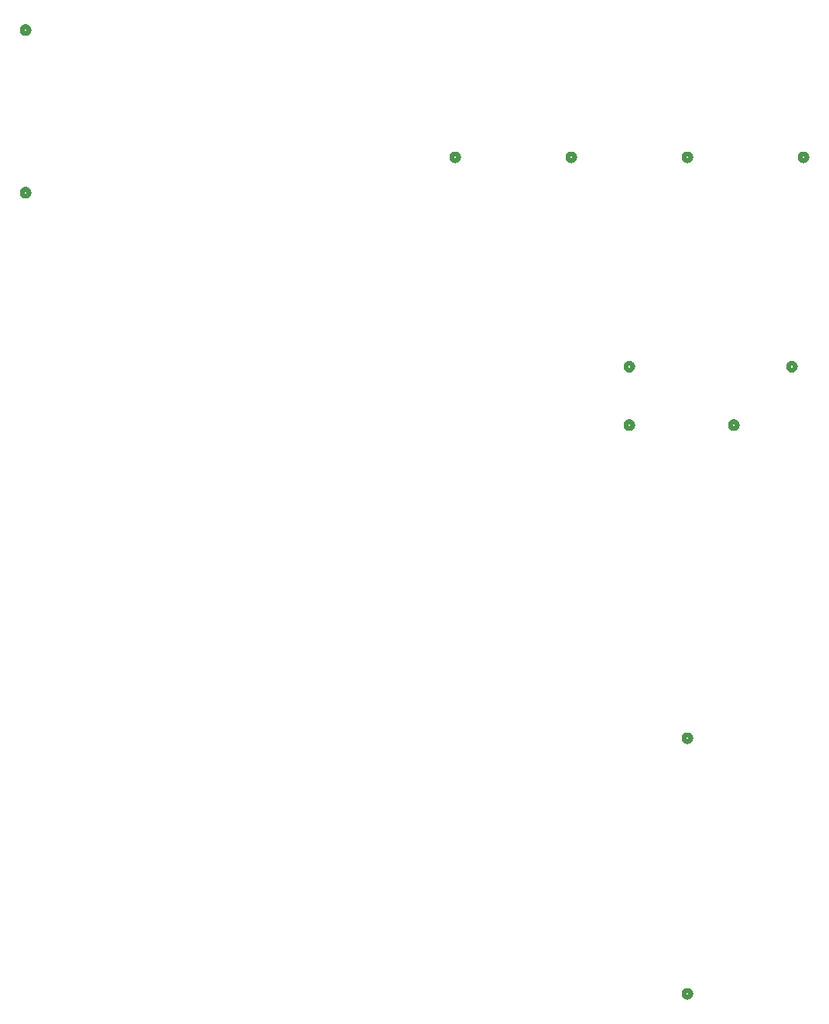
<source format=gbr>
G04 EAGLE Gerber RS-274X export*
G75*
%MOMM*%
%FSLAX34Y34*%
%LPD*%
%INSilkscreen Bottom*%
%IPPOS*%
%AMOC8*
5,1,8,0,0,1.08239X$1,22.5*%
G01*
%ADD10C,0.508000*%


D10*
X800100Y-288544D02*
X800222Y-288542D01*
X800344Y-288536D01*
X800466Y-288526D01*
X800587Y-288513D01*
X800708Y-288495D01*
X800828Y-288474D01*
X800948Y-288448D01*
X801066Y-288419D01*
X801184Y-288387D01*
X801301Y-288350D01*
X801416Y-288310D01*
X801530Y-288266D01*
X801642Y-288218D01*
X801753Y-288167D01*
X801862Y-288112D01*
X801970Y-288054D01*
X802075Y-287992D01*
X802178Y-287927D01*
X802280Y-287859D01*
X802379Y-287787D01*
X802475Y-287713D01*
X802570Y-287635D01*
X802661Y-287554D01*
X802751Y-287471D01*
X802837Y-287385D01*
X802920Y-287295D01*
X803001Y-287204D01*
X803079Y-287109D01*
X803153Y-287013D01*
X803225Y-286914D01*
X803293Y-286812D01*
X803358Y-286709D01*
X803420Y-286604D01*
X803478Y-286496D01*
X803533Y-286387D01*
X803584Y-286276D01*
X803632Y-286164D01*
X803676Y-286050D01*
X803716Y-285935D01*
X803753Y-285818D01*
X803785Y-285700D01*
X803814Y-285582D01*
X803840Y-285462D01*
X803861Y-285342D01*
X803879Y-285221D01*
X803892Y-285100D01*
X803902Y-284978D01*
X803908Y-284856D01*
X803910Y-284734D01*
X803908Y-284612D01*
X803902Y-284490D01*
X803892Y-284368D01*
X803879Y-284247D01*
X803861Y-284126D01*
X803840Y-284006D01*
X803814Y-283886D01*
X803785Y-283768D01*
X803753Y-283650D01*
X803716Y-283533D01*
X803676Y-283418D01*
X803632Y-283304D01*
X803584Y-283192D01*
X803533Y-283081D01*
X803478Y-282972D01*
X803420Y-282864D01*
X803358Y-282759D01*
X803293Y-282656D01*
X803225Y-282554D01*
X803153Y-282455D01*
X803079Y-282359D01*
X803001Y-282264D01*
X802920Y-282173D01*
X802837Y-282083D01*
X802751Y-281997D01*
X802661Y-281914D01*
X802570Y-281833D01*
X802475Y-281755D01*
X802379Y-281681D01*
X802280Y-281609D01*
X802178Y-281541D01*
X802075Y-281476D01*
X801970Y-281414D01*
X801862Y-281356D01*
X801753Y-281301D01*
X801642Y-281250D01*
X801530Y-281202D01*
X801416Y-281158D01*
X801301Y-281118D01*
X801184Y-281081D01*
X801066Y-281049D01*
X800948Y-281020D01*
X800828Y-280994D01*
X800708Y-280973D01*
X800587Y-280955D01*
X800466Y-280942D01*
X800344Y-280932D01*
X800222Y-280926D01*
X800100Y-280924D01*
X799978Y-280926D01*
X799856Y-280932D01*
X799734Y-280942D01*
X799613Y-280955D01*
X799492Y-280973D01*
X799372Y-280994D01*
X799252Y-281020D01*
X799134Y-281049D01*
X799016Y-281081D01*
X798899Y-281118D01*
X798784Y-281158D01*
X798670Y-281202D01*
X798558Y-281250D01*
X798447Y-281301D01*
X798338Y-281356D01*
X798230Y-281414D01*
X798125Y-281476D01*
X798022Y-281541D01*
X797920Y-281609D01*
X797821Y-281681D01*
X797725Y-281755D01*
X797630Y-281833D01*
X797539Y-281914D01*
X797449Y-281997D01*
X797363Y-282083D01*
X797280Y-282173D01*
X797199Y-282264D01*
X797121Y-282359D01*
X797047Y-282455D01*
X796975Y-282554D01*
X796907Y-282656D01*
X796842Y-282759D01*
X796780Y-282864D01*
X796722Y-282972D01*
X796667Y-283081D01*
X796616Y-283192D01*
X796568Y-283304D01*
X796524Y-283418D01*
X796484Y-283533D01*
X796447Y-283650D01*
X796415Y-283768D01*
X796386Y-283886D01*
X796360Y-284006D01*
X796339Y-284126D01*
X796321Y-284247D01*
X796308Y-284368D01*
X796298Y-284490D01*
X796292Y-284612D01*
X796290Y-284734D01*
X796292Y-284856D01*
X796298Y-284978D01*
X796308Y-285100D01*
X796321Y-285221D01*
X796339Y-285342D01*
X796360Y-285462D01*
X796386Y-285582D01*
X796415Y-285700D01*
X796447Y-285818D01*
X796484Y-285935D01*
X796524Y-286050D01*
X796568Y-286164D01*
X796616Y-286276D01*
X796667Y-286387D01*
X796722Y-286496D01*
X796780Y-286604D01*
X796842Y-286709D01*
X796907Y-286812D01*
X796975Y-286914D01*
X797047Y-287013D01*
X797121Y-287109D01*
X797199Y-287204D01*
X797280Y-287295D01*
X797363Y-287385D01*
X797449Y-287471D01*
X797539Y-287554D01*
X797630Y-287635D01*
X797725Y-287713D01*
X797821Y-287787D01*
X797920Y-287859D01*
X798022Y-287927D01*
X798125Y-287992D01*
X798230Y-288054D01*
X798338Y-288112D01*
X798447Y-288167D01*
X798558Y-288218D01*
X798670Y-288266D01*
X798784Y-288310D01*
X798899Y-288350D01*
X799016Y-288387D01*
X799134Y-288419D01*
X799252Y-288448D01*
X799372Y-288474D01*
X799492Y-288495D01*
X799613Y-288513D01*
X799734Y-288526D01*
X799856Y-288536D01*
X799978Y-288542D01*
X800100Y-288544D01*
X673100Y625856D02*
X673222Y625858D01*
X673344Y625864D01*
X673466Y625874D01*
X673587Y625887D01*
X673708Y625905D01*
X673828Y625926D01*
X673948Y625952D01*
X674066Y625981D01*
X674184Y626013D01*
X674301Y626050D01*
X674416Y626090D01*
X674530Y626134D01*
X674642Y626182D01*
X674753Y626233D01*
X674862Y626288D01*
X674970Y626346D01*
X675075Y626408D01*
X675178Y626473D01*
X675280Y626541D01*
X675379Y626613D01*
X675475Y626687D01*
X675570Y626765D01*
X675661Y626846D01*
X675751Y626929D01*
X675837Y627015D01*
X675920Y627105D01*
X676001Y627196D01*
X676079Y627291D01*
X676153Y627387D01*
X676225Y627486D01*
X676293Y627588D01*
X676358Y627691D01*
X676420Y627796D01*
X676478Y627904D01*
X676533Y628013D01*
X676584Y628124D01*
X676632Y628236D01*
X676676Y628350D01*
X676716Y628465D01*
X676753Y628582D01*
X676785Y628700D01*
X676814Y628818D01*
X676840Y628938D01*
X676861Y629058D01*
X676879Y629179D01*
X676892Y629300D01*
X676902Y629422D01*
X676908Y629544D01*
X676910Y629666D01*
X676908Y629788D01*
X676902Y629910D01*
X676892Y630032D01*
X676879Y630153D01*
X676861Y630274D01*
X676840Y630394D01*
X676814Y630514D01*
X676785Y630632D01*
X676753Y630750D01*
X676716Y630867D01*
X676676Y630982D01*
X676632Y631096D01*
X676584Y631208D01*
X676533Y631319D01*
X676478Y631428D01*
X676420Y631536D01*
X676358Y631641D01*
X676293Y631744D01*
X676225Y631846D01*
X676153Y631945D01*
X676079Y632041D01*
X676001Y632136D01*
X675920Y632227D01*
X675837Y632317D01*
X675751Y632403D01*
X675661Y632486D01*
X675570Y632567D01*
X675475Y632645D01*
X675379Y632719D01*
X675280Y632791D01*
X675178Y632859D01*
X675075Y632924D01*
X674970Y632986D01*
X674862Y633044D01*
X674753Y633099D01*
X674642Y633150D01*
X674530Y633198D01*
X674416Y633242D01*
X674301Y633282D01*
X674184Y633319D01*
X674066Y633351D01*
X673948Y633380D01*
X673828Y633406D01*
X673708Y633427D01*
X673587Y633445D01*
X673466Y633458D01*
X673344Y633468D01*
X673222Y633474D01*
X673100Y633476D01*
X672978Y633474D01*
X672856Y633468D01*
X672734Y633458D01*
X672613Y633445D01*
X672492Y633427D01*
X672372Y633406D01*
X672252Y633380D01*
X672134Y633351D01*
X672016Y633319D01*
X671899Y633282D01*
X671784Y633242D01*
X671670Y633198D01*
X671558Y633150D01*
X671447Y633099D01*
X671338Y633044D01*
X671230Y632986D01*
X671125Y632924D01*
X671022Y632859D01*
X670920Y632791D01*
X670821Y632719D01*
X670725Y632645D01*
X670630Y632567D01*
X670539Y632486D01*
X670449Y632403D01*
X670363Y632317D01*
X670280Y632227D01*
X670199Y632136D01*
X670121Y632041D01*
X670047Y631945D01*
X669975Y631846D01*
X669907Y631744D01*
X669842Y631641D01*
X669780Y631536D01*
X669722Y631428D01*
X669667Y631319D01*
X669616Y631208D01*
X669568Y631096D01*
X669524Y630982D01*
X669484Y630867D01*
X669447Y630750D01*
X669415Y630632D01*
X669386Y630514D01*
X669360Y630394D01*
X669339Y630274D01*
X669321Y630153D01*
X669308Y630032D01*
X669298Y629910D01*
X669292Y629788D01*
X669290Y629666D01*
X669292Y629544D01*
X669298Y629422D01*
X669308Y629300D01*
X669321Y629179D01*
X669339Y629058D01*
X669360Y628938D01*
X669386Y628818D01*
X669415Y628700D01*
X669447Y628582D01*
X669484Y628465D01*
X669524Y628350D01*
X669568Y628236D01*
X669616Y628124D01*
X669667Y628013D01*
X669722Y627904D01*
X669780Y627796D01*
X669842Y627691D01*
X669907Y627588D01*
X669975Y627486D01*
X670047Y627387D01*
X670121Y627291D01*
X670199Y627196D01*
X670280Y627105D01*
X670363Y627015D01*
X670449Y626929D01*
X670539Y626846D01*
X670630Y626765D01*
X670725Y626687D01*
X670821Y626613D01*
X670920Y626541D01*
X671022Y626473D01*
X671125Y626408D01*
X671230Y626346D01*
X671338Y626288D01*
X671447Y626233D01*
X671558Y626182D01*
X671670Y626134D01*
X671784Y626090D01*
X671899Y626050D01*
X672016Y626013D01*
X672134Y625981D01*
X672252Y625952D01*
X672372Y625926D01*
X672492Y625905D01*
X672613Y625887D01*
X672734Y625874D01*
X672856Y625864D01*
X672978Y625858D01*
X673100Y625856D01*
X546100Y625856D02*
X546222Y625858D01*
X546344Y625864D01*
X546466Y625874D01*
X546587Y625887D01*
X546708Y625905D01*
X546828Y625926D01*
X546948Y625952D01*
X547066Y625981D01*
X547184Y626013D01*
X547301Y626050D01*
X547416Y626090D01*
X547530Y626134D01*
X547642Y626182D01*
X547753Y626233D01*
X547862Y626288D01*
X547970Y626346D01*
X548075Y626408D01*
X548178Y626473D01*
X548280Y626541D01*
X548379Y626613D01*
X548475Y626687D01*
X548570Y626765D01*
X548661Y626846D01*
X548751Y626929D01*
X548837Y627015D01*
X548920Y627105D01*
X549001Y627196D01*
X549079Y627291D01*
X549153Y627387D01*
X549225Y627486D01*
X549293Y627588D01*
X549358Y627691D01*
X549420Y627796D01*
X549478Y627904D01*
X549533Y628013D01*
X549584Y628124D01*
X549632Y628236D01*
X549676Y628350D01*
X549716Y628465D01*
X549753Y628582D01*
X549785Y628700D01*
X549814Y628818D01*
X549840Y628938D01*
X549861Y629058D01*
X549879Y629179D01*
X549892Y629300D01*
X549902Y629422D01*
X549908Y629544D01*
X549910Y629666D01*
X549908Y629788D01*
X549902Y629910D01*
X549892Y630032D01*
X549879Y630153D01*
X549861Y630274D01*
X549840Y630394D01*
X549814Y630514D01*
X549785Y630632D01*
X549753Y630750D01*
X549716Y630867D01*
X549676Y630982D01*
X549632Y631096D01*
X549584Y631208D01*
X549533Y631319D01*
X549478Y631428D01*
X549420Y631536D01*
X549358Y631641D01*
X549293Y631744D01*
X549225Y631846D01*
X549153Y631945D01*
X549079Y632041D01*
X549001Y632136D01*
X548920Y632227D01*
X548837Y632317D01*
X548751Y632403D01*
X548661Y632486D01*
X548570Y632567D01*
X548475Y632645D01*
X548379Y632719D01*
X548280Y632791D01*
X548178Y632859D01*
X548075Y632924D01*
X547970Y632986D01*
X547862Y633044D01*
X547753Y633099D01*
X547642Y633150D01*
X547530Y633198D01*
X547416Y633242D01*
X547301Y633282D01*
X547184Y633319D01*
X547066Y633351D01*
X546948Y633380D01*
X546828Y633406D01*
X546708Y633427D01*
X546587Y633445D01*
X546466Y633458D01*
X546344Y633468D01*
X546222Y633474D01*
X546100Y633476D01*
X545978Y633474D01*
X545856Y633468D01*
X545734Y633458D01*
X545613Y633445D01*
X545492Y633427D01*
X545372Y633406D01*
X545252Y633380D01*
X545134Y633351D01*
X545016Y633319D01*
X544899Y633282D01*
X544784Y633242D01*
X544670Y633198D01*
X544558Y633150D01*
X544447Y633099D01*
X544338Y633044D01*
X544230Y632986D01*
X544125Y632924D01*
X544022Y632859D01*
X543920Y632791D01*
X543821Y632719D01*
X543725Y632645D01*
X543630Y632567D01*
X543539Y632486D01*
X543449Y632403D01*
X543363Y632317D01*
X543280Y632227D01*
X543199Y632136D01*
X543121Y632041D01*
X543047Y631945D01*
X542975Y631846D01*
X542907Y631744D01*
X542842Y631641D01*
X542780Y631536D01*
X542722Y631428D01*
X542667Y631319D01*
X542616Y631208D01*
X542568Y631096D01*
X542524Y630982D01*
X542484Y630867D01*
X542447Y630750D01*
X542415Y630632D01*
X542386Y630514D01*
X542360Y630394D01*
X542339Y630274D01*
X542321Y630153D01*
X542308Y630032D01*
X542298Y629910D01*
X542292Y629788D01*
X542290Y629666D01*
X542292Y629544D01*
X542298Y629422D01*
X542308Y629300D01*
X542321Y629179D01*
X542339Y629058D01*
X542360Y628938D01*
X542386Y628818D01*
X542415Y628700D01*
X542447Y628582D01*
X542484Y628465D01*
X542524Y628350D01*
X542568Y628236D01*
X542616Y628124D01*
X542667Y628013D01*
X542722Y627904D01*
X542780Y627796D01*
X542842Y627691D01*
X542907Y627588D01*
X542975Y627486D01*
X543047Y627387D01*
X543121Y627291D01*
X543199Y627196D01*
X543280Y627105D01*
X543363Y627015D01*
X543449Y626929D01*
X543539Y626846D01*
X543630Y626765D01*
X543725Y626687D01*
X543821Y626613D01*
X543920Y626541D01*
X544022Y626473D01*
X544125Y626408D01*
X544230Y626346D01*
X544338Y626288D01*
X544447Y626233D01*
X544558Y626182D01*
X544670Y626134D01*
X544784Y626090D01*
X544899Y626050D01*
X545016Y626013D01*
X545134Y625981D01*
X545252Y625952D01*
X545372Y625926D01*
X545492Y625905D01*
X545613Y625887D01*
X545734Y625874D01*
X545856Y625864D01*
X545978Y625858D01*
X546100Y625856D01*
X76200Y594614D02*
X76322Y594612D01*
X76444Y594606D01*
X76566Y594596D01*
X76687Y594583D01*
X76808Y594565D01*
X76928Y594544D01*
X77048Y594518D01*
X77166Y594489D01*
X77284Y594457D01*
X77401Y594420D01*
X77516Y594380D01*
X77630Y594336D01*
X77742Y594288D01*
X77853Y594237D01*
X77962Y594182D01*
X78070Y594124D01*
X78175Y594062D01*
X78278Y593997D01*
X78380Y593929D01*
X78479Y593857D01*
X78575Y593783D01*
X78670Y593705D01*
X78761Y593624D01*
X78851Y593541D01*
X78937Y593455D01*
X79020Y593365D01*
X79101Y593274D01*
X79179Y593179D01*
X79253Y593083D01*
X79325Y592984D01*
X79393Y592882D01*
X79458Y592779D01*
X79520Y592674D01*
X79578Y592566D01*
X79633Y592457D01*
X79684Y592346D01*
X79732Y592234D01*
X79776Y592120D01*
X79816Y592005D01*
X79853Y591888D01*
X79885Y591770D01*
X79914Y591652D01*
X79940Y591532D01*
X79961Y591412D01*
X79979Y591291D01*
X79992Y591170D01*
X80002Y591048D01*
X80008Y590926D01*
X80010Y590804D01*
X80008Y590682D01*
X80002Y590560D01*
X79992Y590438D01*
X79979Y590317D01*
X79961Y590196D01*
X79940Y590076D01*
X79914Y589956D01*
X79885Y589838D01*
X79853Y589720D01*
X79816Y589603D01*
X79776Y589488D01*
X79732Y589374D01*
X79684Y589262D01*
X79633Y589151D01*
X79578Y589042D01*
X79520Y588934D01*
X79458Y588829D01*
X79393Y588726D01*
X79325Y588624D01*
X79253Y588525D01*
X79179Y588429D01*
X79101Y588334D01*
X79020Y588243D01*
X78937Y588153D01*
X78851Y588067D01*
X78761Y587984D01*
X78670Y587903D01*
X78575Y587825D01*
X78479Y587751D01*
X78380Y587679D01*
X78278Y587611D01*
X78175Y587546D01*
X78070Y587484D01*
X77962Y587426D01*
X77853Y587371D01*
X77742Y587320D01*
X77630Y587272D01*
X77516Y587228D01*
X77401Y587188D01*
X77284Y587151D01*
X77166Y587119D01*
X77048Y587090D01*
X76928Y587064D01*
X76808Y587043D01*
X76687Y587025D01*
X76566Y587012D01*
X76444Y587002D01*
X76322Y586996D01*
X76200Y586994D01*
X76078Y586996D01*
X75956Y587002D01*
X75834Y587012D01*
X75713Y587025D01*
X75592Y587043D01*
X75472Y587064D01*
X75352Y587090D01*
X75234Y587119D01*
X75116Y587151D01*
X74999Y587188D01*
X74884Y587228D01*
X74770Y587272D01*
X74658Y587320D01*
X74547Y587371D01*
X74438Y587426D01*
X74330Y587484D01*
X74225Y587546D01*
X74122Y587611D01*
X74020Y587679D01*
X73921Y587751D01*
X73825Y587825D01*
X73730Y587903D01*
X73639Y587984D01*
X73549Y588067D01*
X73463Y588153D01*
X73380Y588243D01*
X73299Y588334D01*
X73221Y588429D01*
X73147Y588525D01*
X73075Y588624D01*
X73007Y588726D01*
X72942Y588829D01*
X72880Y588934D01*
X72822Y589042D01*
X72767Y589151D01*
X72716Y589262D01*
X72668Y589374D01*
X72624Y589488D01*
X72584Y589603D01*
X72547Y589720D01*
X72515Y589838D01*
X72486Y589956D01*
X72460Y590076D01*
X72439Y590196D01*
X72421Y590317D01*
X72408Y590438D01*
X72398Y590560D01*
X72392Y590682D01*
X72390Y590804D01*
X72392Y590926D01*
X72398Y591048D01*
X72408Y591170D01*
X72421Y591291D01*
X72439Y591412D01*
X72460Y591532D01*
X72486Y591652D01*
X72515Y591770D01*
X72547Y591888D01*
X72584Y592005D01*
X72624Y592120D01*
X72668Y592234D01*
X72716Y592346D01*
X72767Y592457D01*
X72822Y592566D01*
X72880Y592674D01*
X72942Y592779D01*
X73007Y592882D01*
X73075Y592984D01*
X73147Y593083D01*
X73221Y593179D01*
X73299Y593274D01*
X73380Y593365D01*
X73463Y593455D01*
X73549Y593541D01*
X73639Y593624D01*
X73730Y593705D01*
X73825Y593783D01*
X73921Y593857D01*
X74020Y593929D01*
X74122Y593997D01*
X74225Y594062D01*
X74330Y594124D01*
X74438Y594182D01*
X74547Y594237D01*
X74658Y594288D01*
X74770Y594336D01*
X74884Y594380D01*
X74999Y594420D01*
X75116Y594457D01*
X75234Y594489D01*
X75352Y594518D01*
X75472Y594544D01*
X75592Y594565D01*
X75713Y594583D01*
X75834Y594596D01*
X75956Y594606D01*
X76078Y594612D01*
X76200Y594614D01*
X76200Y764794D02*
X76322Y764796D01*
X76444Y764802D01*
X76566Y764812D01*
X76687Y764825D01*
X76808Y764843D01*
X76928Y764864D01*
X77048Y764890D01*
X77166Y764919D01*
X77284Y764951D01*
X77401Y764988D01*
X77516Y765028D01*
X77630Y765072D01*
X77742Y765120D01*
X77853Y765171D01*
X77962Y765226D01*
X78070Y765284D01*
X78175Y765346D01*
X78278Y765411D01*
X78380Y765479D01*
X78479Y765551D01*
X78575Y765625D01*
X78670Y765703D01*
X78761Y765784D01*
X78851Y765867D01*
X78937Y765953D01*
X79020Y766043D01*
X79101Y766134D01*
X79179Y766229D01*
X79253Y766325D01*
X79325Y766424D01*
X79393Y766526D01*
X79458Y766629D01*
X79520Y766734D01*
X79578Y766842D01*
X79633Y766951D01*
X79684Y767062D01*
X79732Y767174D01*
X79776Y767288D01*
X79816Y767403D01*
X79853Y767520D01*
X79885Y767638D01*
X79914Y767756D01*
X79940Y767876D01*
X79961Y767996D01*
X79979Y768117D01*
X79992Y768238D01*
X80002Y768360D01*
X80008Y768482D01*
X80010Y768604D01*
X80008Y768726D01*
X80002Y768848D01*
X79992Y768970D01*
X79979Y769091D01*
X79961Y769212D01*
X79940Y769332D01*
X79914Y769452D01*
X79885Y769570D01*
X79853Y769688D01*
X79816Y769805D01*
X79776Y769920D01*
X79732Y770034D01*
X79684Y770146D01*
X79633Y770257D01*
X79578Y770366D01*
X79520Y770474D01*
X79458Y770579D01*
X79393Y770682D01*
X79325Y770784D01*
X79253Y770883D01*
X79179Y770979D01*
X79101Y771074D01*
X79020Y771165D01*
X78937Y771255D01*
X78851Y771341D01*
X78761Y771424D01*
X78670Y771505D01*
X78575Y771583D01*
X78479Y771657D01*
X78380Y771729D01*
X78278Y771797D01*
X78175Y771862D01*
X78070Y771924D01*
X77962Y771982D01*
X77853Y772037D01*
X77742Y772088D01*
X77630Y772136D01*
X77516Y772180D01*
X77401Y772220D01*
X77284Y772257D01*
X77166Y772289D01*
X77048Y772318D01*
X76928Y772344D01*
X76808Y772365D01*
X76687Y772383D01*
X76566Y772396D01*
X76444Y772406D01*
X76322Y772412D01*
X76200Y772414D01*
X76078Y772412D01*
X75956Y772406D01*
X75834Y772396D01*
X75713Y772383D01*
X75592Y772365D01*
X75472Y772344D01*
X75352Y772318D01*
X75234Y772289D01*
X75116Y772257D01*
X74999Y772220D01*
X74884Y772180D01*
X74770Y772136D01*
X74658Y772088D01*
X74547Y772037D01*
X74438Y771982D01*
X74330Y771924D01*
X74225Y771862D01*
X74122Y771797D01*
X74020Y771729D01*
X73921Y771657D01*
X73825Y771583D01*
X73730Y771505D01*
X73639Y771424D01*
X73549Y771341D01*
X73463Y771255D01*
X73380Y771165D01*
X73299Y771074D01*
X73221Y770979D01*
X73147Y770883D01*
X73075Y770784D01*
X73007Y770682D01*
X72942Y770579D01*
X72880Y770474D01*
X72822Y770366D01*
X72767Y770257D01*
X72716Y770146D01*
X72668Y770034D01*
X72624Y769920D01*
X72584Y769805D01*
X72547Y769688D01*
X72515Y769570D01*
X72486Y769452D01*
X72460Y769332D01*
X72439Y769212D01*
X72421Y769091D01*
X72408Y768970D01*
X72398Y768848D01*
X72392Y768726D01*
X72390Y768604D01*
X72392Y768482D01*
X72398Y768360D01*
X72408Y768238D01*
X72421Y768117D01*
X72439Y767996D01*
X72460Y767876D01*
X72486Y767756D01*
X72515Y767638D01*
X72547Y767520D01*
X72584Y767403D01*
X72624Y767288D01*
X72668Y767174D01*
X72716Y767062D01*
X72767Y766951D01*
X72822Y766842D01*
X72880Y766734D01*
X72942Y766629D01*
X73007Y766526D01*
X73075Y766424D01*
X73147Y766325D01*
X73221Y766229D01*
X73299Y766134D01*
X73380Y766043D01*
X73463Y765953D01*
X73549Y765867D01*
X73639Y765784D01*
X73730Y765703D01*
X73825Y765625D01*
X73921Y765551D01*
X74020Y765479D01*
X74122Y765411D01*
X74225Y765346D01*
X74330Y765284D01*
X74438Y765226D01*
X74547Y765171D01*
X74658Y765120D01*
X74770Y765072D01*
X74884Y765028D01*
X74999Y764988D01*
X75116Y764951D01*
X75234Y764919D01*
X75352Y764890D01*
X75472Y764864D01*
X75592Y764843D01*
X75713Y764825D01*
X75834Y764812D01*
X75956Y764802D01*
X76078Y764796D01*
X76200Y764794D01*
X736600Y404622D02*
X736722Y404620D01*
X736844Y404614D01*
X736966Y404604D01*
X737087Y404591D01*
X737208Y404573D01*
X737328Y404552D01*
X737448Y404526D01*
X737566Y404497D01*
X737684Y404465D01*
X737801Y404428D01*
X737916Y404388D01*
X738030Y404344D01*
X738142Y404296D01*
X738253Y404245D01*
X738362Y404190D01*
X738470Y404132D01*
X738575Y404070D01*
X738678Y404005D01*
X738780Y403937D01*
X738879Y403865D01*
X738975Y403791D01*
X739070Y403713D01*
X739161Y403632D01*
X739251Y403549D01*
X739337Y403463D01*
X739420Y403373D01*
X739501Y403282D01*
X739579Y403187D01*
X739653Y403091D01*
X739725Y402992D01*
X739793Y402890D01*
X739858Y402787D01*
X739920Y402682D01*
X739978Y402574D01*
X740033Y402465D01*
X740084Y402354D01*
X740132Y402242D01*
X740176Y402128D01*
X740216Y402013D01*
X740253Y401896D01*
X740285Y401778D01*
X740314Y401660D01*
X740340Y401540D01*
X740361Y401420D01*
X740379Y401299D01*
X740392Y401178D01*
X740402Y401056D01*
X740408Y400934D01*
X740410Y400812D01*
X740408Y400690D01*
X740402Y400568D01*
X740392Y400446D01*
X740379Y400325D01*
X740361Y400204D01*
X740340Y400084D01*
X740314Y399964D01*
X740285Y399846D01*
X740253Y399728D01*
X740216Y399611D01*
X740176Y399496D01*
X740132Y399382D01*
X740084Y399270D01*
X740033Y399159D01*
X739978Y399050D01*
X739920Y398942D01*
X739858Y398837D01*
X739793Y398734D01*
X739725Y398632D01*
X739653Y398533D01*
X739579Y398437D01*
X739501Y398342D01*
X739420Y398251D01*
X739337Y398161D01*
X739251Y398075D01*
X739161Y397992D01*
X739070Y397911D01*
X738975Y397833D01*
X738879Y397759D01*
X738780Y397687D01*
X738678Y397619D01*
X738575Y397554D01*
X738470Y397492D01*
X738362Y397434D01*
X738253Y397379D01*
X738142Y397328D01*
X738030Y397280D01*
X737916Y397236D01*
X737801Y397196D01*
X737684Y397159D01*
X737566Y397127D01*
X737448Y397098D01*
X737328Y397072D01*
X737208Y397051D01*
X737087Y397033D01*
X736966Y397020D01*
X736844Y397010D01*
X736722Y397004D01*
X736600Y397002D01*
X736478Y397004D01*
X736356Y397010D01*
X736234Y397020D01*
X736113Y397033D01*
X735992Y397051D01*
X735872Y397072D01*
X735752Y397098D01*
X735634Y397127D01*
X735516Y397159D01*
X735399Y397196D01*
X735284Y397236D01*
X735170Y397280D01*
X735058Y397328D01*
X734947Y397379D01*
X734838Y397434D01*
X734730Y397492D01*
X734625Y397554D01*
X734522Y397619D01*
X734420Y397687D01*
X734321Y397759D01*
X734225Y397833D01*
X734130Y397911D01*
X734039Y397992D01*
X733949Y398075D01*
X733863Y398161D01*
X733780Y398251D01*
X733699Y398342D01*
X733621Y398437D01*
X733547Y398533D01*
X733475Y398632D01*
X733407Y398734D01*
X733342Y398837D01*
X733280Y398942D01*
X733222Y399050D01*
X733167Y399159D01*
X733116Y399270D01*
X733068Y399382D01*
X733024Y399496D01*
X732984Y399611D01*
X732947Y399728D01*
X732915Y399846D01*
X732886Y399964D01*
X732860Y400084D01*
X732839Y400204D01*
X732821Y400325D01*
X732808Y400446D01*
X732798Y400568D01*
X732792Y400690D01*
X732790Y400812D01*
X732792Y400934D01*
X732798Y401056D01*
X732808Y401178D01*
X732821Y401299D01*
X732839Y401420D01*
X732860Y401540D01*
X732886Y401660D01*
X732915Y401778D01*
X732947Y401896D01*
X732984Y402013D01*
X733024Y402128D01*
X733068Y402242D01*
X733116Y402354D01*
X733167Y402465D01*
X733222Y402574D01*
X733280Y402682D01*
X733342Y402787D01*
X733407Y402890D01*
X733475Y402992D01*
X733547Y403091D01*
X733621Y403187D01*
X733699Y403282D01*
X733780Y403373D01*
X733863Y403463D01*
X733949Y403549D01*
X734039Y403632D01*
X734130Y403713D01*
X734225Y403791D01*
X734321Y403865D01*
X734420Y403937D01*
X734522Y404005D01*
X734625Y404070D01*
X734730Y404132D01*
X734838Y404190D01*
X734947Y404245D01*
X735058Y404296D01*
X735170Y404344D01*
X735284Y404388D01*
X735399Y404428D01*
X735516Y404465D01*
X735634Y404497D01*
X735752Y404526D01*
X735872Y404552D01*
X735992Y404573D01*
X736113Y404591D01*
X736234Y404604D01*
X736356Y404614D01*
X736478Y404620D01*
X736600Y404622D01*
X736600Y340614D02*
X736722Y340612D01*
X736844Y340606D01*
X736966Y340596D01*
X737087Y340583D01*
X737208Y340565D01*
X737328Y340544D01*
X737448Y340518D01*
X737566Y340489D01*
X737684Y340457D01*
X737801Y340420D01*
X737916Y340380D01*
X738030Y340336D01*
X738142Y340288D01*
X738253Y340237D01*
X738362Y340182D01*
X738470Y340124D01*
X738575Y340062D01*
X738678Y339997D01*
X738780Y339929D01*
X738879Y339857D01*
X738975Y339783D01*
X739070Y339705D01*
X739161Y339624D01*
X739251Y339541D01*
X739337Y339455D01*
X739420Y339365D01*
X739501Y339274D01*
X739579Y339179D01*
X739653Y339083D01*
X739725Y338984D01*
X739793Y338882D01*
X739858Y338779D01*
X739920Y338674D01*
X739978Y338566D01*
X740033Y338457D01*
X740084Y338346D01*
X740132Y338234D01*
X740176Y338120D01*
X740216Y338005D01*
X740253Y337888D01*
X740285Y337770D01*
X740314Y337652D01*
X740340Y337532D01*
X740361Y337412D01*
X740379Y337291D01*
X740392Y337170D01*
X740402Y337048D01*
X740408Y336926D01*
X740410Y336804D01*
X740408Y336682D01*
X740402Y336560D01*
X740392Y336438D01*
X740379Y336317D01*
X740361Y336196D01*
X740340Y336076D01*
X740314Y335956D01*
X740285Y335838D01*
X740253Y335720D01*
X740216Y335603D01*
X740176Y335488D01*
X740132Y335374D01*
X740084Y335262D01*
X740033Y335151D01*
X739978Y335042D01*
X739920Y334934D01*
X739858Y334829D01*
X739793Y334726D01*
X739725Y334624D01*
X739653Y334525D01*
X739579Y334429D01*
X739501Y334334D01*
X739420Y334243D01*
X739337Y334153D01*
X739251Y334067D01*
X739161Y333984D01*
X739070Y333903D01*
X738975Y333825D01*
X738879Y333751D01*
X738780Y333679D01*
X738678Y333611D01*
X738575Y333546D01*
X738470Y333484D01*
X738362Y333426D01*
X738253Y333371D01*
X738142Y333320D01*
X738030Y333272D01*
X737916Y333228D01*
X737801Y333188D01*
X737684Y333151D01*
X737566Y333119D01*
X737448Y333090D01*
X737328Y333064D01*
X737208Y333043D01*
X737087Y333025D01*
X736966Y333012D01*
X736844Y333002D01*
X736722Y332996D01*
X736600Y332994D01*
X736478Y332996D01*
X736356Y333002D01*
X736234Y333012D01*
X736113Y333025D01*
X735992Y333043D01*
X735872Y333064D01*
X735752Y333090D01*
X735634Y333119D01*
X735516Y333151D01*
X735399Y333188D01*
X735284Y333228D01*
X735170Y333272D01*
X735058Y333320D01*
X734947Y333371D01*
X734838Y333426D01*
X734730Y333484D01*
X734625Y333546D01*
X734522Y333611D01*
X734420Y333679D01*
X734321Y333751D01*
X734225Y333825D01*
X734130Y333903D01*
X734039Y333984D01*
X733949Y334067D01*
X733863Y334153D01*
X733780Y334243D01*
X733699Y334334D01*
X733621Y334429D01*
X733547Y334525D01*
X733475Y334624D01*
X733407Y334726D01*
X733342Y334829D01*
X733280Y334934D01*
X733222Y335042D01*
X733167Y335151D01*
X733116Y335262D01*
X733068Y335374D01*
X733024Y335488D01*
X732984Y335603D01*
X732947Y335720D01*
X732915Y335838D01*
X732886Y335956D01*
X732860Y336076D01*
X732839Y336196D01*
X732821Y336317D01*
X732808Y336438D01*
X732798Y336560D01*
X732792Y336682D01*
X732790Y336804D01*
X732792Y336926D01*
X732798Y337048D01*
X732808Y337170D01*
X732821Y337291D01*
X732839Y337412D01*
X732860Y337532D01*
X732886Y337652D01*
X732915Y337770D01*
X732947Y337888D01*
X732984Y338005D01*
X733024Y338120D01*
X733068Y338234D01*
X733116Y338346D01*
X733167Y338457D01*
X733222Y338566D01*
X733280Y338674D01*
X733342Y338779D01*
X733407Y338882D01*
X733475Y338984D01*
X733547Y339083D01*
X733621Y339179D01*
X733699Y339274D01*
X733780Y339365D01*
X733863Y339455D01*
X733949Y339541D01*
X734039Y339624D01*
X734130Y339705D01*
X734225Y339783D01*
X734321Y339857D01*
X734420Y339929D01*
X734522Y339997D01*
X734625Y340062D01*
X734730Y340124D01*
X734838Y340182D01*
X734947Y340237D01*
X735058Y340288D01*
X735170Y340336D01*
X735284Y340380D01*
X735399Y340420D01*
X735516Y340457D01*
X735634Y340489D01*
X735752Y340518D01*
X735872Y340544D01*
X735992Y340565D01*
X736113Y340583D01*
X736234Y340596D01*
X736356Y340606D01*
X736478Y340612D01*
X736600Y340614D01*
X800100Y-1524D02*
X800222Y-1526D01*
X800344Y-1532D01*
X800466Y-1542D01*
X800587Y-1555D01*
X800708Y-1573D01*
X800828Y-1594D01*
X800948Y-1620D01*
X801066Y-1649D01*
X801184Y-1681D01*
X801301Y-1718D01*
X801416Y-1758D01*
X801530Y-1802D01*
X801642Y-1850D01*
X801753Y-1901D01*
X801862Y-1956D01*
X801970Y-2014D01*
X802075Y-2076D01*
X802178Y-2141D01*
X802280Y-2209D01*
X802379Y-2281D01*
X802475Y-2355D01*
X802570Y-2433D01*
X802661Y-2514D01*
X802751Y-2597D01*
X802837Y-2683D01*
X802920Y-2773D01*
X803001Y-2864D01*
X803079Y-2959D01*
X803153Y-3055D01*
X803225Y-3154D01*
X803293Y-3256D01*
X803358Y-3359D01*
X803420Y-3464D01*
X803478Y-3572D01*
X803533Y-3681D01*
X803584Y-3792D01*
X803632Y-3904D01*
X803676Y-4018D01*
X803716Y-4133D01*
X803753Y-4250D01*
X803785Y-4368D01*
X803814Y-4486D01*
X803840Y-4606D01*
X803861Y-4726D01*
X803879Y-4847D01*
X803892Y-4968D01*
X803902Y-5090D01*
X803908Y-5212D01*
X803910Y-5334D01*
X803908Y-5456D01*
X803902Y-5578D01*
X803892Y-5700D01*
X803879Y-5821D01*
X803861Y-5942D01*
X803840Y-6062D01*
X803814Y-6182D01*
X803785Y-6300D01*
X803753Y-6418D01*
X803716Y-6535D01*
X803676Y-6650D01*
X803632Y-6764D01*
X803584Y-6876D01*
X803533Y-6987D01*
X803478Y-7096D01*
X803420Y-7204D01*
X803358Y-7309D01*
X803293Y-7412D01*
X803225Y-7514D01*
X803153Y-7613D01*
X803079Y-7709D01*
X803001Y-7804D01*
X802920Y-7895D01*
X802837Y-7985D01*
X802751Y-8071D01*
X802661Y-8154D01*
X802570Y-8235D01*
X802475Y-8313D01*
X802379Y-8387D01*
X802280Y-8459D01*
X802178Y-8527D01*
X802075Y-8592D01*
X801970Y-8654D01*
X801862Y-8712D01*
X801753Y-8767D01*
X801642Y-8818D01*
X801530Y-8866D01*
X801416Y-8910D01*
X801301Y-8950D01*
X801184Y-8987D01*
X801066Y-9019D01*
X800948Y-9048D01*
X800828Y-9074D01*
X800708Y-9095D01*
X800587Y-9113D01*
X800466Y-9126D01*
X800344Y-9136D01*
X800222Y-9142D01*
X800100Y-9144D01*
X799978Y-9142D01*
X799856Y-9136D01*
X799734Y-9126D01*
X799613Y-9113D01*
X799492Y-9095D01*
X799372Y-9074D01*
X799252Y-9048D01*
X799134Y-9019D01*
X799016Y-8987D01*
X798899Y-8950D01*
X798784Y-8910D01*
X798670Y-8866D01*
X798558Y-8818D01*
X798447Y-8767D01*
X798338Y-8712D01*
X798230Y-8654D01*
X798125Y-8592D01*
X798022Y-8527D01*
X797920Y-8459D01*
X797821Y-8387D01*
X797725Y-8313D01*
X797630Y-8235D01*
X797539Y-8154D01*
X797449Y-8071D01*
X797363Y-7985D01*
X797280Y-7895D01*
X797199Y-7804D01*
X797121Y-7709D01*
X797047Y-7613D01*
X796975Y-7514D01*
X796907Y-7412D01*
X796842Y-7309D01*
X796780Y-7204D01*
X796722Y-7096D01*
X796667Y-6987D01*
X796616Y-6876D01*
X796568Y-6764D01*
X796524Y-6650D01*
X796484Y-6535D01*
X796447Y-6418D01*
X796415Y-6300D01*
X796386Y-6182D01*
X796360Y-6062D01*
X796339Y-5942D01*
X796321Y-5821D01*
X796308Y-5700D01*
X796298Y-5578D01*
X796292Y-5456D01*
X796290Y-5334D01*
X796292Y-5212D01*
X796298Y-5090D01*
X796308Y-4968D01*
X796321Y-4847D01*
X796339Y-4726D01*
X796360Y-4606D01*
X796386Y-4486D01*
X796415Y-4368D01*
X796447Y-4250D01*
X796484Y-4133D01*
X796524Y-4018D01*
X796568Y-3904D01*
X796616Y-3792D01*
X796667Y-3681D01*
X796722Y-3572D01*
X796780Y-3464D01*
X796842Y-3359D01*
X796907Y-3256D01*
X796975Y-3154D01*
X797047Y-3055D01*
X797121Y-2959D01*
X797199Y-2864D01*
X797280Y-2773D01*
X797363Y-2683D01*
X797449Y-2597D01*
X797539Y-2514D01*
X797630Y-2433D01*
X797725Y-2355D01*
X797821Y-2281D01*
X797920Y-2209D01*
X798022Y-2141D01*
X798125Y-2076D01*
X798230Y-2014D01*
X798338Y-1956D01*
X798447Y-1901D01*
X798558Y-1850D01*
X798670Y-1802D01*
X798784Y-1758D01*
X798899Y-1718D01*
X799016Y-1681D01*
X799134Y-1649D01*
X799252Y-1620D01*
X799372Y-1594D01*
X799492Y-1573D01*
X799613Y-1555D01*
X799734Y-1542D01*
X799856Y-1532D01*
X799978Y-1526D01*
X800100Y-1524D01*
X914400Y397002D02*
X914522Y397004D01*
X914644Y397010D01*
X914766Y397020D01*
X914887Y397033D01*
X915008Y397051D01*
X915128Y397072D01*
X915248Y397098D01*
X915366Y397127D01*
X915484Y397159D01*
X915601Y397196D01*
X915716Y397236D01*
X915830Y397280D01*
X915942Y397328D01*
X916053Y397379D01*
X916162Y397434D01*
X916270Y397492D01*
X916375Y397554D01*
X916478Y397619D01*
X916580Y397687D01*
X916679Y397759D01*
X916775Y397833D01*
X916870Y397911D01*
X916961Y397992D01*
X917051Y398075D01*
X917137Y398161D01*
X917220Y398251D01*
X917301Y398342D01*
X917379Y398437D01*
X917453Y398533D01*
X917525Y398632D01*
X917593Y398734D01*
X917658Y398837D01*
X917720Y398942D01*
X917778Y399050D01*
X917833Y399159D01*
X917884Y399270D01*
X917932Y399382D01*
X917976Y399496D01*
X918016Y399611D01*
X918053Y399728D01*
X918085Y399846D01*
X918114Y399964D01*
X918140Y400084D01*
X918161Y400204D01*
X918179Y400325D01*
X918192Y400446D01*
X918202Y400568D01*
X918208Y400690D01*
X918210Y400812D01*
X918208Y400934D01*
X918202Y401056D01*
X918192Y401178D01*
X918179Y401299D01*
X918161Y401420D01*
X918140Y401540D01*
X918114Y401660D01*
X918085Y401778D01*
X918053Y401896D01*
X918016Y402013D01*
X917976Y402128D01*
X917932Y402242D01*
X917884Y402354D01*
X917833Y402465D01*
X917778Y402574D01*
X917720Y402682D01*
X917658Y402787D01*
X917593Y402890D01*
X917525Y402992D01*
X917453Y403091D01*
X917379Y403187D01*
X917301Y403282D01*
X917220Y403373D01*
X917137Y403463D01*
X917051Y403549D01*
X916961Y403632D01*
X916870Y403713D01*
X916775Y403791D01*
X916679Y403865D01*
X916580Y403937D01*
X916478Y404005D01*
X916375Y404070D01*
X916270Y404132D01*
X916162Y404190D01*
X916053Y404245D01*
X915942Y404296D01*
X915830Y404344D01*
X915716Y404388D01*
X915601Y404428D01*
X915484Y404465D01*
X915366Y404497D01*
X915248Y404526D01*
X915128Y404552D01*
X915008Y404573D01*
X914887Y404591D01*
X914766Y404604D01*
X914644Y404614D01*
X914522Y404620D01*
X914400Y404622D01*
X914278Y404620D01*
X914156Y404614D01*
X914034Y404604D01*
X913913Y404591D01*
X913792Y404573D01*
X913672Y404552D01*
X913552Y404526D01*
X913434Y404497D01*
X913316Y404465D01*
X913199Y404428D01*
X913084Y404388D01*
X912970Y404344D01*
X912858Y404296D01*
X912747Y404245D01*
X912638Y404190D01*
X912530Y404132D01*
X912425Y404070D01*
X912322Y404005D01*
X912220Y403937D01*
X912121Y403865D01*
X912025Y403791D01*
X911930Y403713D01*
X911839Y403632D01*
X911749Y403549D01*
X911663Y403463D01*
X911580Y403373D01*
X911499Y403282D01*
X911421Y403187D01*
X911347Y403091D01*
X911275Y402992D01*
X911207Y402890D01*
X911142Y402787D01*
X911080Y402682D01*
X911022Y402574D01*
X910967Y402465D01*
X910916Y402354D01*
X910868Y402242D01*
X910824Y402128D01*
X910784Y402013D01*
X910747Y401896D01*
X910715Y401778D01*
X910686Y401660D01*
X910660Y401540D01*
X910639Y401420D01*
X910621Y401299D01*
X910608Y401178D01*
X910598Y401056D01*
X910592Y400934D01*
X910590Y400812D01*
X910592Y400690D01*
X910598Y400568D01*
X910608Y400446D01*
X910621Y400325D01*
X910639Y400204D01*
X910660Y400084D01*
X910686Y399964D01*
X910715Y399846D01*
X910747Y399728D01*
X910784Y399611D01*
X910824Y399496D01*
X910868Y399382D01*
X910916Y399270D01*
X910967Y399159D01*
X911022Y399050D01*
X911080Y398942D01*
X911142Y398837D01*
X911207Y398734D01*
X911275Y398632D01*
X911347Y398533D01*
X911421Y398437D01*
X911499Y398342D01*
X911580Y398251D01*
X911663Y398161D01*
X911749Y398075D01*
X911839Y397992D01*
X911930Y397911D01*
X912025Y397833D01*
X912121Y397759D01*
X912220Y397687D01*
X912322Y397619D01*
X912425Y397554D01*
X912530Y397492D01*
X912638Y397434D01*
X912747Y397379D01*
X912858Y397328D01*
X912970Y397280D01*
X913084Y397236D01*
X913199Y397196D01*
X913316Y397159D01*
X913434Y397127D01*
X913552Y397098D01*
X913672Y397072D01*
X913792Y397051D01*
X913913Y397033D01*
X914034Y397020D01*
X914156Y397010D01*
X914278Y397004D01*
X914400Y397002D01*
X850900Y340614D02*
X851022Y340612D01*
X851144Y340606D01*
X851266Y340596D01*
X851387Y340583D01*
X851508Y340565D01*
X851628Y340544D01*
X851748Y340518D01*
X851866Y340489D01*
X851984Y340457D01*
X852101Y340420D01*
X852216Y340380D01*
X852330Y340336D01*
X852442Y340288D01*
X852553Y340237D01*
X852662Y340182D01*
X852770Y340124D01*
X852875Y340062D01*
X852978Y339997D01*
X853080Y339929D01*
X853179Y339857D01*
X853275Y339783D01*
X853370Y339705D01*
X853461Y339624D01*
X853551Y339541D01*
X853637Y339455D01*
X853720Y339365D01*
X853801Y339274D01*
X853879Y339179D01*
X853953Y339083D01*
X854025Y338984D01*
X854093Y338882D01*
X854158Y338779D01*
X854220Y338674D01*
X854278Y338566D01*
X854333Y338457D01*
X854384Y338346D01*
X854432Y338234D01*
X854476Y338120D01*
X854516Y338005D01*
X854553Y337888D01*
X854585Y337770D01*
X854614Y337652D01*
X854640Y337532D01*
X854661Y337412D01*
X854679Y337291D01*
X854692Y337170D01*
X854702Y337048D01*
X854708Y336926D01*
X854710Y336804D01*
X854708Y336682D01*
X854702Y336560D01*
X854692Y336438D01*
X854679Y336317D01*
X854661Y336196D01*
X854640Y336076D01*
X854614Y335956D01*
X854585Y335838D01*
X854553Y335720D01*
X854516Y335603D01*
X854476Y335488D01*
X854432Y335374D01*
X854384Y335262D01*
X854333Y335151D01*
X854278Y335042D01*
X854220Y334934D01*
X854158Y334829D01*
X854093Y334726D01*
X854025Y334624D01*
X853953Y334525D01*
X853879Y334429D01*
X853801Y334334D01*
X853720Y334243D01*
X853637Y334153D01*
X853551Y334067D01*
X853461Y333984D01*
X853370Y333903D01*
X853275Y333825D01*
X853179Y333751D01*
X853080Y333679D01*
X852978Y333611D01*
X852875Y333546D01*
X852770Y333484D01*
X852662Y333426D01*
X852553Y333371D01*
X852442Y333320D01*
X852330Y333272D01*
X852216Y333228D01*
X852101Y333188D01*
X851984Y333151D01*
X851866Y333119D01*
X851748Y333090D01*
X851628Y333064D01*
X851508Y333043D01*
X851387Y333025D01*
X851266Y333012D01*
X851144Y333002D01*
X851022Y332996D01*
X850900Y332994D01*
X850778Y332996D01*
X850656Y333002D01*
X850534Y333012D01*
X850413Y333025D01*
X850292Y333043D01*
X850172Y333064D01*
X850052Y333090D01*
X849934Y333119D01*
X849816Y333151D01*
X849699Y333188D01*
X849584Y333228D01*
X849470Y333272D01*
X849358Y333320D01*
X849247Y333371D01*
X849138Y333426D01*
X849030Y333484D01*
X848925Y333546D01*
X848822Y333611D01*
X848720Y333679D01*
X848621Y333751D01*
X848525Y333825D01*
X848430Y333903D01*
X848339Y333984D01*
X848249Y334067D01*
X848163Y334153D01*
X848080Y334243D01*
X847999Y334334D01*
X847921Y334429D01*
X847847Y334525D01*
X847775Y334624D01*
X847707Y334726D01*
X847642Y334829D01*
X847580Y334934D01*
X847522Y335042D01*
X847467Y335151D01*
X847416Y335262D01*
X847368Y335374D01*
X847324Y335488D01*
X847284Y335603D01*
X847247Y335720D01*
X847215Y335838D01*
X847186Y335956D01*
X847160Y336076D01*
X847139Y336196D01*
X847121Y336317D01*
X847108Y336438D01*
X847098Y336560D01*
X847092Y336682D01*
X847090Y336804D01*
X847092Y336926D01*
X847098Y337048D01*
X847108Y337170D01*
X847121Y337291D01*
X847139Y337412D01*
X847160Y337532D01*
X847186Y337652D01*
X847215Y337770D01*
X847247Y337888D01*
X847284Y338005D01*
X847324Y338120D01*
X847368Y338234D01*
X847416Y338346D01*
X847467Y338457D01*
X847522Y338566D01*
X847580Y338674D01*
X847642Y338779D01*
X847707Y338882D01*
X847775Y338984D01*
X847847Y339083D01*
X847921Y339179D01*
X847999Y339274D01*
X848080Y339365D01*
X848163Y339455D01*
X848249Y339541D01*
X848339Y339624D01*
X848430Y339705D01*
X848525Y339783D01*
X848621Y339857D01*
X848720Y339929D01*
X848822Y339997D01*
X848925Y340062D01*
X849030Y340124D01*
X849138Y340182D01*
X849247Y340237D01*
X849358Y340288D01*
X849470Y340336D01*
X849584Y340380D01*
X849699Y340420D01*
X849816Y340457D01*
X849934Y340489D01*
X850052Y340518D01*
X850172Y340544D01*
X850292Y340565D01*
X850413Y340583D01*
X850534Y340596D01*
X850656Y340606D01*
X850778Y340612D01*
X850900Y340614D01*
X927100Y625856D02*
X927222Y625858D01*
X927344Y625864D01*
X927466Y625874D01*
X927587Y625887D01*
X927708Y625905D01*
X927828Y625926D01*
X927948Y625952D01*
X928066Y625981D01*
X928184Y626013D01*
X928301Y626050D01*
X928416Y626090D01*
X928530Y626134D01*
X928642Y626182D01*
X928753Y626233D01*
X928862Y626288D01*
X928970Y626346D01*
X929075Y626408D01*
X929178Y626473D01*
X929280Y626541D01*
X929379Y626613D01*
X929475Y626687D01*
X929570Y626765D01*
X929661Y626846D01*
X929751Y626929D01*
X929837Y627015D01*
X929920Y627105D01*
X930001Y627196D01*
X930079Y627291D01*
X930153Y627387D01*
X930225Y627486D01*
X930293Y627588D01*
X930358Y627691D01*
X930420Y627796D01*
X930478Y627904D01*
X930533Y628013D01*
X930584Y628124D01*
X930632Y628236D01*
X930676Y628350D01*
X930716Y628465D01*
X930753Y628582D01*
X930785Y628700D01*
X930814Y628818D01*
X930840Y628938D01*
X930861Y629058D01*
X930879Y629179D01*
X930892Y629300D01*
X930902Y629422D01*
X930908Y629544D01*
X930910Y629666D01*
X930908Y629788D01*
X930902Y629910D01*
X930892Y630032D01*
X930879Y630153D01*
X930861Y630274D01*
X930840Y630394D01*
X930814Y630514D01*
X930785Y630632D01*
X930753Y630750D01*
X930716Y630867D01*
X930676Y630982D01*
X930632Y631096D01*
X930584Y631208D01*
X930533Y631319D01*
X930478Y631428D01*
X930420Y631536D01*
X930358Y631641D01*
X930293Y631744D01*
X930225Y631846D01*
X930153Y631945D01*
X930079Y632041D01*
X930001Y632136D01*
X929920Y632227D01*
X929837Y632317D01*
X929751Y632403D01*
X929661Y632486D01*
X929570Y632567D01*
X929475Y632645D01*
X929379Y632719D01*
X929280Y632791D01*
X929178Y632859D01*
X929075Y632924D01*
X928970Y632986D01*
X928862Y633044D01*
X928753Y633099D01*
X928642Y633150D01*
X928530Y633198D01*
X928416Y633242D01*
X928301Y633282D01*
X928184Y633319D01*
X928066Y633351D01*
X927948Y633380D01*
X927828Y633406D01*
X927708Y633427D01*
X927587Y633445D01*
X927466Y633458D01*
X927344Y633468D01*
X927222Y633474D01*
X927100Y633476D01*
X926978Y633474D01*
X926856Y633468D01*
X926734Y633458D01*
X926613Y633445D01*
X926492Y633427D01*
X926372Y633406D01*
X926252Y633380D01*
X926134Y633351D01*
X926016Y633319D01*
X925899Y633282D01*
X925784Y633242D01*
X925670Y633198D01*
X925558Y633150D01*
X925447Y633099D01*
X925338Y633044D01*
X925230Y632986D01*
X925125Y632924D01*
X925022Y632859D01*
X924920Y632791D01*
X924821Y632719D01*
X924725Y632645D01*
X924630Y632567D01*
X924539Y632486D01*
X924449Y632403D01*
X924363Y632317D01*
X924280Y632227D01*
X924199Y632136D01*
X924121Y632041D01*
X924047Y631945D01*
X923975Y631846D01*
X923907Y631744D01*
X923842Y631641D01*
X923780Y631536D01*
X923722Y631428D01*
X923667Y631319D01*
X923616Y631208D01*
X923568Y631096D01*
X923524Y630982D01*
X923484Y630867D01*
X923447Y630750D01*
X923415Y630632D01*
X923386Y630514D01*
X923360Y630394D01*
X923339Y630274D01*
X923321Y630153D01*
X923308Y630032D01*
X923298Y629910D01*
X923292Y629788D01*
X923290Y629666D01*
X923292Y629544D01*
X923298Y629422D01*
X923308Y629300D01*
X923321Y629179D01*
X923339Y629058D01*
X923360Y628938D01*
X923386Y628818D01*
X923415Y628700D01*
X923447Y628582D01*
X923484Y628465D01*
X923524Y628350D01*
X923568Y628236D01*
X923616Y628124D01*
X923667Y628013D01*
X923722Y627904D01*
X923780Y627796D01*
X923842Y627691D01*
X923907Y627588D01*
X923975Y627486D01*
X924047Y627387D01*
X924121Y627291D01*
X924199Y627196D01*
X924280Y627105D01*
X924363Y627015D01*
X924449Y626929D01*
X924539Y626846D01*
X924630Y626765D01*
X924725Y626687D01*
X924821Y626613D01*
X924920Y626541D01*
X925022Y626473D01*
X925125Y626408D01*
X925230Y626346D01*
X925338Y626288D01*
X925447Y626233D01*
X925558Y626182D01*
X925670Y626134D01*
X925784Y626090D01*
X925899Y626050D01*
X926016Y626013D01*
X926134Y625981D01*
X926252Y625952D01*
X926372Y625926D01*
X926492Y625905D01*
X926613Y625887D01*
X926734Y625874D01*
X926856Y625864D01*
X926978Y625858D01*
X927100Y625856D01*
X800100Y625856D02*
X800222Y625858D01*
X800344Y625864D01*
X800466Y625874D01*
X800587Y625887D01*
X800708Y625905D01*
X800828Y625926D01*
X800948Y625952D01*
X801066Y625981D01*
X801184Y626013D01*
X801301Y626050D01*
X801416Y626090D01*
X801530Y626134D01*
X801642Y626182D01*
X801753Y626233D01*
X801862Y626288D01*
X801970Y626346D01*
X802075Y626408D01*
X802178Y626473D01*
X802280Y626541D01*
X802379Y626613D01*
X802475Y626687D01*
X802570Y626765D01*
X802661Y626846D01*
X802751Y626929D01*
X802837Y627015D01*
X802920Y627105D01*
X803001Y627196D01*
X803079Y627291D01*
X803153Y627387D01*
X803225Y627486D01*
X803293Y627588D01*
X803358Y627691D01*
X803420Y627796D01*
X803478Y627904D01*
X803533Y628013D01*
X803584Y628124D01*
X803632Y628236D01*
X803676Y628350D01*
X803716Y628465D01*
X803753Y628582D01*
X803785Y628700D01*
X803814Y628818D01*
X803840Y628938D01*
X803861Y629058D01*
X803879Y629179D01*
X803892Y629300D01*
X803902Y629422D01*
X803908Y629544D01*
X803910Y629666D01*
X803908Y629788D01*
X803902Y629910D01*
X803892Y630032D01*
X803879Y630153D01*
X803861Y630274D01*
X803840Y630394D01*
X803814Y630514D01*
X803785Y630632D01*
X803753Y630750D01*
X803716Y630867D01*
X803676Y630982D01*
X803632Y631096D01*
X803584Y631208D01*
X803533Y631319D01*
X803478Y631428D01*
X803420Y631536D01*
X803358Y631641D01*
X803293Y631744D01*
X803225Y631846D01*
X803153Y631945D01*
X803079Y632041D01*
X803001Y632136D01*
X802920Y632227D01*
X802837Y632317D01*
X802751Y632403D01*
X802661Y632486D01*
X802570Y632567D01*
X802475Y632645D01*
X802379Y632719D01*
X802280Y632791D01*
X802178Y632859D01*
X802075Y632924D01*
X801970Y632986D01*
X801862Y633044D01*
X801753Y633099D01*
X801642Y633150D01*
X801530Y633198D01*
X801416Y633242D01*
X801301Y633282D01*
X801184Y633319D01*
X801066Y633351D01*
X800948Y633380D01*
X800828Y633406D01*
X800708Y633427D01*
X800587Y633445D01*
X800466Y633458D01*
X800344Y633468D01*
X800222Y633474D01*
X800100Y633476D01*
X799978Y633474D01*
X799856Y633468D01*
X799734Y633458D01*
X799613Y633445D01*
X799492Y633427D01*
X799372Y633406D01*
X799252Y633380D01*
X799134Y633351D01*
X799016Y633319D01*
X798899Y633282D01*
X798784Y633242D01*
X798670Y633198D01*
X798558Y633150D01*
X798447Y633099D01*
X798338Y633044D01*
X798230Y632986D01*
X798125Y632924D01*
X798022Y632859D01*
X797920Y632791D01*
X797821Y632719D01*
X797725Y632645D01*
X797630Y632567D01*
X797539Y632486D01*
X797449Y632403D01*
X797363Y632317D01*
X797280Y632227D01*
X797199Y632136D01*
X797121Y632041D01*
X797047Y631945D01*
X796975Y631846D01*
X796907Y631744D01*
X796842Y631641D01*
X796780Y631536D01*
X796722Y631428D01*
X796667Y631319D01*
X796616Y631208D01*
X796568Y631096D01*
X796524Y630982D01*
X796484Y630867D01*
X796447Y630750D01*
X796415Y630632D01*
X796386Y630514D01*
X796360Y630394D01*
X796339Y630274D01*
X796321Y630153D01*
X796308Y630032D01*
X796298Y629910D01*
X796292Y629788D01*
X796290Y629666D01*
X796292Y629544D01*
X796298Y629422D01*
X796308Y629300D01*
X796321Y629179D01*
X796339Y629058D01*
X796360Y628938D01*
X796386Y628818D01*
X796415Y628700D01*
X796447Y628582D01*
X796484Y628465D01*
X796524Y628350D01*
X796568Y628236D01*
X796616Y628124D01*
X796667Y628013D01*
X796722Y627904D01*
X796780Y627796D01*
X796842Y627691D01*
X796907Y627588D01*
X796975Y627486D01*
X797047Y627387D01*
X797121Y627291D01*
X797199Y627196D01*
X797280Y627105D01*
X797363Y627015D01*
X797449Y626929D01*
X797539Y626846D01*
X797630Y626765D01*
X797725Y626687D01*
X797821Y626613D01*
X797920Y626541D01*
X798022Y626473D01*
X798125Y626408D01*
X798230Y626346D01*
X798338Y626288D01*
X798447Y626233D01*
X798558Y626182D01*
X798670Y626134D01*
X798784Y626090D01*
X798899Y626050D01*
X799016Y626013D01*
X799134Y625981D01*
X799252Y625952D01*
X799372Y625926D01*
X799492Y625905D01*
X799613Y625887D01*
X799734Y625874D01*
X799856Y625864D01*
X799978Y625858D01*
X800100Y625856D01*
M02*

</source>
